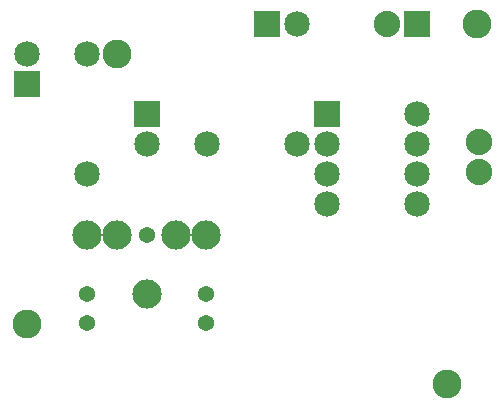
<source format=gbs>
G04 MADE WITH FRITZING*
G04 WWW.FRITZING.ORG*
G04 DOUBLE SIDED*
G04 HOLES PLATED*
G04 CONTOUR ON CENTER OF CONTOUR VECTOR*
%ASAXBY*%
%FSLAX23Y23*%
%MOIN*%
%OFA0B0*%
%SFA1.0B1.0*%
%ADD10C,0.085000*%
%ADD11C,0.097695*%
%ADD12C,0.097722*%
%ADD13C,0.054000*%
%ADD14C,0.088000*%
%ADD15C,0.096614*%
%ADD16R,0.085000X0.085000*%
%ADD17R,0.088000X0.088000*%
%ADD18C,0.030000*%
%LNMASK0*%
G90*
G70*
G54D10*
X1217Y1204D03*
X1517Y1204D03*
X1217Y1104D03*
X1517Y1104D03*
X1217Y1004D03*
X1517Y1004D03*
X1217Y904D03*
X1517Y904D03*
G54D11*
X617Y604D03*
G54D12*
X420Y800D03*
X519Y800D03*
G54D11*
X715Y800D03*
G54D12*
X814Y800D03*
G54D13*
X420Y505D03*
X814Y505D03*
X814Y604D03*
X617Y800D03*
X420Y604D03*
G54D14*
X1725Y1009D03*
X1725Y1109D03*
G54D10*
X217Y1304D03*
X217Y1404D03*
X1017Y1504D03*
X1117Y1504D03*
X617Y1204D03*
X617Y1104D03*
X417Y1004D03*
X417Y1404D03*
X817Y1104D03*
X1117Y1104D03*
G54D14*
X1517Y1504D03*
X1417Y1504D03*
G54D15*
X1617Y304D03*
X1717Y1504D03*
X517Y1404D03*
X217Y504D03*
G54D16*
X1217Y1204D03*
X217Y1304D03*
X1017Y1504D03*
X617Y1204D03*
G54D17*
X1517Y1504D03*
G54D18*
G36*
X1696Y980D02*
X1696Y1038D01*
X1754Y1038D01*
X1754Y980D01*
X1696Y980D01*
G37*
D02*
G04 End of Mask0*
M02*
</source>
